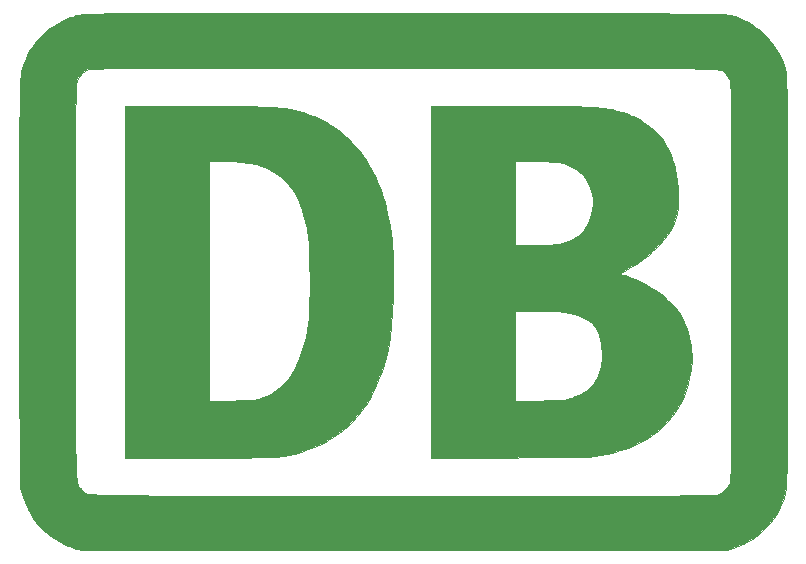
<source format=gbr>
G04 #@! TF.GenerationSoftware,KiCad,Pcbnew,5.1.4+dfsg1-1*
G04 #@! TF.CreationDate,2019-11-21T16:22:44-08:00*
G04 #@! TF.ProjectId,deutsche-bahn-sao,64657574-7363-4686-952d-6261686e2d73,rev?*
G04 #@! TF.SameCoordinates,PX70a3730PY3bf3e68*
G04 #@! TF.FileFunction,Copper,L1,Top*
G04 #@! TF.FilePolarity,Positive*
%FSLAX46Y46*%
G04 Gerber Fmt 4.6, Leading zero omitted, Abs format (unit mm)*
G04 Created by KiCad (PCBNEW 5.1.4+dfsg1-1) date 2019-11-21 16:22:44*
%MOMM*%
%LPD*%
G04 APERTURE LIST*
%ADD10C,0.010000*%
G04 APERTURE END LIST*
D10*
G36*
X41579800Y-8620988D02*
G01*
X42951233Y-8622296D01*
X44165087Y-8625598D01*
X45233104Y-8631283D01*
X46167030Y-8639740D01*
X46978610Y-8651358D01*
X47679589Y-8666526D01*
X48281712Y-8685634D01*
X48796723Y-8709071D01*
X49236368Y-8737227D01*
X49612392Y-8770489D01*
X49936539Y-8809248D01*
X50220554Y-8853894D01*
X50476182Y-8904814D01*
X50533300Y-8917708D01*
X50973749Y-9026312D01*
X51385687Y-9140498D01*
X51731543Y-9248781D01*
X51973748Y-9339674D01*
X52057300Y-9383624D01*
X52199748Y-9454845D01*
X52348990Y-9508654D01*
X52757119Y-9686381D01*
X53223102Y-9973070D01*
X53710010Y-10337364D01*
X54180912Y-10747905D01*
X54598879Y-11173336D01*
X54926980Y-11582300D01*
X55073186Y-11821764D01*
X55172237Y-11996950D01*
X55240556Y-12090400D01*
X55310438Y-12204534D01*
X55415549Y-12442193D01*
X55541682Y-12764947D01*
X55674628Y-13134365D01*
X55800178Y-13512017D01*
X55904123Y-13859472D01*
X55929227Y-13953067D01*
X56018570Y-14402076D01*
X56086698Y-14951674D01*
X56132245Y-15558511D01*
X56153843Y-16179233D01*
X56150126Y-16770491D01*
X56119726Y-17288931D01*
X56061276Y-17691204D01*
X56048759Y-17743727D01*
X55796708Y-18512137D01*
X55443682Y-19219461D01*
X54969270Y-19899478D01*
X54353062Y-20585969D01*
X54298117Y-20641095D01*
X53986506Y-20939566D01*
X53671653Y-21220920D01*
X53400268Y-21444268D01*
X53282117Y-21530495D01*
X53062876Y-21680938D01*
X52906861Y-21794150D01*
X52861633Y-21831852D01*
X52765471Y-21902111D01*
X52562845Y-22030943D01*
X52294909Y-22193960D01*
X52002818Y-22366773D01*
X51727726Y-22524993D01*
X51510787Y-22644230D01*
X51401133Y-22697372D01*
X51275716Y-22788217D01*
X51268226Y-22884482D01*
X51379629Y-22927733D01*
X51649620Y-22972013D01*
X52030068Y-23095369D01*
X52490122Y-23283579D01*
X52998927Y-23522421D01*
X53525630Y-23797672D01*
X54039379Y-24095108D01*
X54372537Y-24307408D01*
X54637035Y-24500100D01*
X54940535Y-24746761D01*
X55255420Y-25021596D01*
X55554071Y-25298809D01*
X55808869Y-25552606D01*
X55992198Y-25757190D01*
X56076438Y-25886767D01*
X56078966Y-25901219D01*
X56132073Y-26006284D01*
X56197631Y-26082302D01*
X56329378Y-26261166D01*
X56496717Y-26555637D01*
X56677421Y-26922168D01*
X56849264Y-27317210D01*
X56918661Y-27495028D01*
X57003307Y-27774889D01*
X57094771Y-28164227D01*
X57180170Y-28604336D01*
X57229454Y-28911267D01*
X57287265Y-29335197D01*
X57318840Y-29666295D01*
X57324088Y-29963216D01*
X57302913Y-30284616D01*
X57255223Y-30689151D01*
X57226280Y-30905178D01*
X57122719Y-31582773D01*
X57006776Y-32145434D01*
X56862900Y-32647529D01*
X56675542Y-33143426D01*
X56432552Y-33680400D01*
X56089203Y-34278165D01*
X55631165Y-34902023D01*
X55097668Y-35507474D01*
X54527942Y-36050018D01*
X53961217Y-36485158D01*
X53958126Y-36487207D01*
X53328554Y-36868628D01*
X52631701Y-37230307D01*
X51920646Y-37547963D01*
X51248472Y-37797319D01*
X50829633Y-37918196D01*
X50509604Y-37997231D01*
X50229839Y-38066290D01*
X49977100Y-38126098D01*
X49738146Y-38177377D01*
X49499739Y-38220852D01*
X49248639Y-38257247D01*
X48971607Y-38287285D01*
X48655404Y-38311690D01*
X48286790Y-38331187D01*
X47852525Y-38346498D01*
X47339372Y-38358349D01*
X46734089Y-38367462D01*
X46023438Y-38374562D01*
X45194180Y-38380372D01*
X44233076Y-38385617D01*
X43126885Y-38391019D01*
X42087800Y-38396148D01*
X35250966Y-38430899D01*
X35250966Y-25975733D01*
X42362966Y-25975733D01*
X42362966Y-33612865D01*
X44458466Y-33575685D01*
X45114269Y-33563272D01*
X45627159Y-33550466D01*
X46023546Y-33534737D01*
X46329835Y-33513552D01*
X46572436Y-33484380D01*
X46777755Y-33444690D01*
X46972201Y-33391950D01*
X47182181Y-33323630D01*
X47219020Y-33311071D01*
X47969158Y-32988016D01*
X48580184Y-32576129D01*
X49056510Y-32068869D01*
X49402545Y-31459697D01*
X49622701Y-30742074D01*
X49721388Y-29909460D01*
X49728050Y-29591102D01*
X49667277Y-28757707D01*
X49485548Y-28040906D01*
X49180600Y-27436518D01*
X48750166Y-26940363D01*
X48191981Y-26548260D01*
X48035633Y-26467660D01*
X47699239Y-26319707D01*
X47353766Y-26203308D01*
X46973813Y-26115079D01*
X46533980Y-26051637D01*
X46008864Y-26009598D01*
X45373064Y-25985580D01*
X44601180Y-25976199D01*
X44342247Y-25975733D01*
X42362966Y-25975733D01*
X35250966Y-25975733D01*
X35250966Y-20387733D01*
X42362966Y-20387733D01*
X44091795Y-20387733D01*
X44787773Y-20383257D01*
X45337803Y-20368937D01*
X45765056Y-20343436D01*
X46092705Y-20305418D01*
X46323177Y-20258985D01*
X47067180Y-19999962D01*
X47681391Y-19634720D01*
X48170370Y-19158139D01*
X48538676Y-18565099D01*
X48790869Y-17850479D01*
X48885146Y-17382067D01*
X48936251Y-16994971D01*
X48946409Y-16691012D01*
X48913389Y-16388479D01*
X48849335Y-16069733D01*
X48715965Y-15554932D01*
X48560110Y-15153802D01*
X48354871Y-14810738D01*
X48077966Y-14475167D01*
X47530853Y-13999716D01*
X46855189Y-13629300D01*
X46511934Y-13497390D01*
X46320573Y-13441369D01*
X46097281Y-13397756D01*
X45815718Y-13364280D01*
X45449542Y-13338673D01*
X44972413Y-13318666D01*
X44357990Y-13301989D01*
X44204466Y-13298599D01*
X42362966Y-13259151D01*
X42362966Y-20387733D01*
X35250966Y-20387733D01*
X35250966Y-8619067D01*
X41579800Y-8620988D01*
X41579800Y-8620988D01*
G37*
X41579800Y-8620988D02*
X42951233Y-8622296D01*
X44165087Y-8625598D01*
X45233104Y-8631283D01*
X46167030Y-8639740D01*
X46978610Y-8651358D01*
X47679589Y-8666526D01*
X48281712Y-8685634D01*
X48796723Y-8709071D01*
X49236368Y-8737227D01*
X49612392Y-8770489D01*
X49936539Y-8809248D01*
X50220554Y-8853894D01*
X50476182Y-8904814D01*
X50533300Y-8917708D01*
X50973749Y-9026312D01*
X51385687Y-9140498D01*
X51731543Y-9248781D01*
X51973748Y-9339674D01*
X52057300Y-9383624D01*
X52199748Y-9454845D01*
X52348990Y-9508654D01*
X52757119Y-9686381D01*
X53223102Y-9973070D01*
X53710010Y-10337364D01*
X54180912Y-10747905D01*
X54598879Y-11173336D01*
X54926980Y-11582300D01*
X55073186Y-11821764D01*
X55172237Y-11996950D01*
X55240556Y-12090400D01*
X55310438Y-12204534D01*
X55415549Y-12442193D01*
X55541682Y-12764947D01*
X55674628Y-13134365D01*
X55800178Y-13512017D01*
X55904123Y-13859472D01*
X55929227Y-13953067D01*
X56018570Y-14402076D01*
X56086698Y-14951674D01*
X56132245Y-15558511D01*
X56153843Y-16179233D01*
X56150126Y-16770491D01*
X56119726Y-17288931D01*
X56061276Y-17691204D01*
X56048759Y-17743727D01*
X55796708Y-18512137D01*
X55443682Y-19219461D01*
X54969270Y-19899478D01*
X54353062Y-20585969D01*
X54298117Y-20641095D01*
X53986506Y-20939566D01*
X53671653Y-21220920D01*
X53400268Y-21444268D01*
X53282117Y-21530495D01*
X53062876Y-21680938D01*
X52906861Y-21794150D01*
X52861633Y-21831852D01*
X52765471Y-21902111D01*
X52562845Y-22030943D01*
X52294909Y-22193960D01*
X52002818Y-22366773D01*
X51727726Y-22524993D01*
X51510787Y-22644230D01*
X51401133Y-22697372D01*
X51275716Y-22788217D01*
X51268226Y-22884482D01*
X51379629Y-22927733D01*
X51649620Y-22972013D01*
X52030068Y-23095369D01*
X52490122Y-23283579D01*
X52998927Y-23522421D01*
X53525630Y-23797672D01*
X54039379Y-24095108D01*
X54372537Y-24307408D01*
X54637035Y-24500100D01*
X54940535Y-24746761D01*
X55255420Y-25021596D01*
X55554071Y-25298809D01*
X55808869Y-25552606D01*
X55992198Y-25757190D01*
X56076438Y-25886767D01*
X56078966Y-25901219D01*
X56132073Y-26006284D01*
X56197631Y-26082302D01*
X56329378Y-26261166D01*
X56496717Y-26555637D01*
X56677421Y-26922168D01*
X56849264Y-27317210D01*
X56918661Y-27495028D01*
X57003307Y-27774889D01*
X57094771Y-28164227D01*
X57180170Y-28604336D01*
X57229454Y-28911267D01*
X57287265Y-29335197D01*
X57318840Y-29666295D01*
X57324088Y-29963216D01*
X57302913Y-30284616D01*
X57255223Y-30689151D01*
X57226280Y-30905178D01*
X57122719Y-31582773D01*
X57006776Y-32145434D01*
X56862900Y-32647529D01*
X56675542Y-33143426D01*
X56432552Y-33680400D01*
X56089203Y-34278165D01*
X55631165Y-34902023D01*
X55097668Y-35507474D01*
X54527942Y-36050018D01*
X53961217Y-36485158D01*
X53958126Y-36487207D01*
X53328554Y-36868628D01*
X52631701Y-37230307D01*
X51920646Y-37547963D01*
X51248472Y-37797319D01*
X50829633Y-37918196D01*
X50509604Y-37997231D01*
X50229839Y-38066290D01*
X49977100Y-38126098D01*
X49738146Y-38177377D01*
X49499739Y-38220852D01*
X49248639Y-38257247D01*
X48971607Y-38287285D01*
X48655404Y-38311690D01*
X48286790Y-38331187D01*
X47852525Y-38346498D01*
X47339372Y-38358349D01*
X46734089Y-38367462D01*
X46023438Y-38374562D01*
X45194180Y-38380372D01*
X44233076Y-38385617D01*
X43126885Y-38391019D01*
X42087800Y-38396148D01*
X35250966Y-38430899D01*
X35250966Y-25975733D01*
X42362966Y-25975733D01*
X42362966Y-33612865D01*
X44458466Y-33575685D01*
X45114269Y-33563272D01*
X45627159Y-33550466D01*
X46023546Y-33534737D01*
X46329835Y-33513552D01*
X46572436Y-33484380D01*
X46777755Y-33444690D01*
X46972201Y-33391950D01*
X47182181Y-33323630D01*
X47219020Y-33311071D01*
X47969158Y-32988016D01*
X48580184Y-32576129D01*
X49056510Y-32068869D01*
X49402545Y-31459697D01*
X49622701Y-30742074D01*
X49721388Y-29909460D01*
X49728050Y-29591102D01*
X49667277Y-28757707D01*
X49485548Y-28040906D01*
X49180600Y-27436518D01*
X48750166Y-26940363D01*
X48191981Y-26548260D01*
X48035633Y-26467660D01*
X47699239Y-26319707D01*
X47353766Y-26203308D01*
X46973813Y-26115079D01*
X46533980Y-26051637D01*
X46008864Y-26009598D01*
X45373064Y-25985580D01*
X44601180Y-25976199D01*
X44342247Y-25975733D01*
X42362966Y-25975733D01*
X35250966Y-25975733D01*
X35250966Y-20387733D01*
X42362966Y-20387733D01*
X44091795Y-20387733D01*
X44787773Y-20383257D01*
X45337803Y-20368937D01*
X45765056Y-20343436D01*
X46092705Y-20305418D01*
X46323177Y-20258985D01*
X47067180Y-19999962D01*
X47681391Y-19634720D01*
X48170370Y-19158139D01*
X48538676Y-18565099D01*
X48790869Y-17850479D01*
X48885146Y-17382067D01*
X48936251Y-16994971D01*
X48946409Y-16691012D01*
X48913389Y-16388479D01*
X48849335Y-16069733D01*
X48715965Y-15554932D01*
X48560110Y-15153802D01*
X48354871Y-14810738D01*
X48077966Y-14475167D01*
X47530853Y-13999716D01*
X46855189Y-13629300D01*
X46511934Y-13497390D01*
X46320573Y-13441369D01*
X46097281Y-13397756D01*
X45815718Y-13364280D01*
X45449542Y-13338673D01*
X44972413Y-13318666D01*
X44357990Y-13301989D01*
X44204466Y-13298599D01*
X42362966Y-13259151D01*
X42362966Y-20387733D01*
X35250966Y-20387733D01*
X35250966Y-8619067D01*
X41579800Y-8620988D01*
G36*
X16332752Y-8619937D02*
G01*
X17506300Y-8623152D01*
X18537442Y-8629611D01*
X19439639Y-8640218D01*
X20226351Y-8655874D01*
X20911040Y-8677482D01*
X21507166Y-8705944D01*
X22028190Y-8742161D01*
X22487572Y-8787036D01*
X22898774Y-8841471D01*
X23275255Y-8906368D01*
X23630477Y-8982629D01*
X23977901Y-9071157D01*
X24330987Y-9172852D01*
X24625300Y-9263892D01*
X24935531Y-9372283D01*
X25300563Y-9515443D01*
X25682552Y-9676564D01*
X26043650Y-9838838D01*
X26346012Y-9985460D01*
X26551793Y-10099622D01*
X26614966Y-10147485D01*
X26707230Y-10216088D01*
X26892094Y-10335872D01*
X26995966Y-10399906D01*
X27256068Y-10567160D01*
X27491803Y-10733648D01*
X27546300Y-10775899D01*
X27721802Y-10930893D01*
X27976729Y-11172620D01*
X28276021Y-11465969D01*
X28584620Y-11775827D01*
X28867466Y-12067082D01*
X29089500Y-12304623D01*
X29197837Y-12429928D01*
X29399257Y-12696823D01*
X29604669Y-12990627D01*
X29789400Y-13273224D01*
X29928774Y-13506499D01*
X29998117Y-13652335D01*
X30001633Y-13671577D01*
X30047198Y-13785867D01*
X30065133Y-13797844D01*
X30133645Y-13887051D01*
X30249625Y-14095331D01*
X30395321Y-14385489D01*
X30552984Y-14720329D01*
X30704860Y-15062655D01*
X30833198Y-15375271D01*
X30886733Y-15519400D01*
X30985744Y-15796314D01*
X31071965Y-16029492D01*
X31104028Y-16112067D01*
X31196516Y-16386323D01*
X31307710Y-16786660D01*
X31427948Y-17272217D01*
X31547570Y-17802135D01*
X31656914Y-18335554D01*
X31744636Y-18821400D01*
X31836404Y-19410248D01*
X31908087Y-19957559D01*
X31961941Y-20497741D01*
X32000221Y-21065200D01*
X32025182Y-21694345D01*
X32039079Y-22419584D01*
X32044168Y-23275323D01*
X32044297Y-23393400D01*
X32027788Y-24790775D01*
X31974117Y-26047686D01*
X31880016Y-27189578D01*
X31742213Y-28241895D01*
X31557439Y-29230080D01*
X31322422Y-30179578D01*
X31062810Y-31029420D01*
X30932459Y-31390298D01*
X30760735Y-31820872D01*
X30563810Y-32285146D01*
X30357859Y-32747126D01*
X30159055Y-33170819D01*
X29983573Y-33520229D01*
X29847587Y-33759363D01*
X29814542Y-33807400D01*
X29737573Y-33910557D01*
X29587071Y-34112656D01*
X29390543Y-34376753D01*
X29310222Y-34484733D01*
X28581887Y-35354729D01*
X27775646Y-36099326D01*
X26964611Y-36684770D01*
X26556492Y-36939908D01*
X26176889Y-37153811D01*
X25790099Y-37342000D01*
X25360418Y-37519995D01*
X24852142Y-37703319D01*
X24229566Y-37907491D01*
X23947966Y-37996154D01*
X23646891Y-38072091D01*
X23218624Y-38155441D01*
X22704680Y-38239059D01*
X22146574Y-38315801D01*
X21958300Y-38338572D01*
X21767714Y-38351018D01*
X21423243Y-38362936D01*
X20940334Y-38374145D01*
X20334433Y-38384459D01*
X19620990Y-38393696D01*
X18815450Y-38401672D01*
X17933261Y-38408205D01*
X16989871Y-38413112D01*
X16000726Y-38416208D01*
X15333133Y-38417168D01*
X9342966Y-38421733D01*
X9342966Y-33611577D01*
X16454966Y-33611577D01*
X18423466Y-33571927D01*
X19074737Y-33557174D01*
X19581620Y-33540961D01*
X19969062Y-33521143D01*
X20262007Y-33495570D01*
X20485400Y-33462096D01*
X20664186Y-33418573D01*
X20815300Y-33366016D01*
X21238296Y-33197202D01*
X21524490Y-33075465D01*
X21696249Y-32990094D01*
X21775941Y-32930380D01*
X21788966Y-32899838D01*
X21855018Y-32836747D01*
X21883049Y-32833733D01*
X22020505Y-32774364D01*
X22236343Y-32615622D01*
X22498574Y-32386557D01*
X22775209Y-32116217D01*
X23034259Y-31833650D01*
X23176629Y-31659051D01*
X23626311Y-30981981D01*
X24012545Y-30200726D01*
X24340630Y-29300582D01*
X24615864Y-28266848D01*
X24843546Y-27084820D01*
X24858542Y-26991733D01*
X24887047Y-26716438D01*
X24910493Y-26298366D01*
X24928901Y-25763996D01*
X24942292Y-25139808D01*
X24950687Y-24452282D01*
X24954108Y-23727897D01*
X24952576Y-22993133D01*
X24946112Y-22274471D01*
X24934738Y-21598389D01*
X24918474Y-20991368D01*
X24897342Y-20479887D01*
X24871364Y-20090425D01*
X24852863Y-19922067D01*
X24699126Y-18961101D01*
X24524487Y-18138555D01*
X24318899Y-17423860D01*
X24072315Y-16786450D01*
X23774690Y-16195760D01*
X23461517Y-15688733D01*
X23045017Y-15142385D01*
X22572287Y-14681165D01*
X22012342Y-14281733D01*
X21334194Y-13920752D01*
X20815300Y-13695664D01*
X20403055Y-13569989D01*
X19844222Y-13463540D01*
X19160769Y-13379314D01*
X18374660Y-13320308D01*
X17915466Y-13299995D01*
X16454966Y-13250111D01*
X16454966Y-33611577D01*
X9342966Y-33611577D01*
X9342966Y-8619067D01*
X15003338Y-8619067D01*
X16332752Y-8619937D01*
X16332752Y-8619937D01*
G37*
X16332752Y-8619937D02*
X17506300Y-8623152D01*
X18537442Y-8629611D01*
X19439639Y-8640218D01*
X20226351Y-8655874D01*
X20911040Y-8677482D01*
X21507166Y-8705944D01*
X22028190Y-8742161D01*
X22487572Y-8787036D01*
X22898774Y-8841471D01*
X23275255Y-8906368D01*
X23630477Y-8982629D01*
X23977901Y-9071157D01*
X24330987Y-9172852D01*
X24625300Y-9263892D01*
X24935531Y-9372283D01*
X25300563Y-9515443D01*
X25682552Y-9676564D01*
X26043650Y-9838838D01*
X26346012Y-9985460D01*
X26551793Y-10099622D01*
X26614966Y-10147485D01*
X26707230Y-10216088D01*
X26892094Y-10335872D01*
X26995966Y-10399906D01*
X27256068Y-10567160D01*
X27491803Y-10733648D01*
X27546300Y-10775899D01*
X27721802Y-10930893D01*
X27976729Y-11172620D01*
X28276021Y-11465969D01*
X28584620Y-11775827D01*
X28867466Y-12067082D01*
X29089500Y-12304623D01*
X29197837Y-12429928D01*
X29399257Y-12696823D01*
X29604669Y-12990627D01*
X29789400Y-13273224D01*
X29928774Y-13506499D01*
X29998117Y-13652335D01*
X30001633Y-13671577D01*
X30047198Y-13785867D01*
X30065133Y-13797844D01*
X30133645Y-13887051D01*
X30249625Y-14095331D01*
X30395321Y-14385489D01*
X30552984Y-14720329D01*
X30704860Y-15062655D01*
X30833198Y-15375271D01*
X30886733Y-15519400D01*
X30985744Y-15796314D01*
X31071965Y-16029492D01*
X31104028Y-16112067D01*
X31196516Y-16386323D01*
X31307710Y-16786660D01*
X31427948Y-17272217D01*
X31547570Y-17802135D01*
X31656914Y-18335554D01*
X31744636Y-18821400D01*
X31836404Y-19410248D01*
X31908087Y-19957559D01*
X31961941Y-20497741D01*
X32000221Y-21065200D01*
X32025182Y-21694345D01*
X32039079Y-22419584D01*
X32044168Y-23275323D01*
X32044297Y-23393400D01*
X32027788Y-24790775D01*
X31974117Y-26047686D01*
X31880016Y-27189578D01*
X31742213Y-28241895D01*
X31557439Y-29230080D01*
X31322422Y-30179578D01*
X31062810Y-31029420D01*
X30932459Y-31390298D01*
X30760735Y-31820872D01*
X30563810Y-32285146D01*
X30357859Y-32747126D01*
X30159055Y-33170819D01*
X29983573Y-33520229D01*
X29847587Y-33759363D01*
X29814542Y-33807400D01*
X29737573Y-33910557D01*
X29587071Y-34112656D01*
X29390543Y-34376753D01*
X29310222Y-34484733D01*
X28581887Y-35354729D01*
X27775646Y-36099326D01*
X26964611Y-36684770D01*
X26556492Y-36939908D01*
X26176889Y-37153811D01*
X25790099Y-37342000D01*
X25360418Y-37519995D01*
X24852142Y-37703319D01*
X24229566Y-37907491D01*
X23947966Y-37996154D01*
X23646891Y-38072091D01*
X23218624Y-38155441D01*
X22704680Y-38239059D01*
X22146574Y-38315801D01*
X21958300Y-38338572D01*
X21767714Y-38351018D01*
X21423243Y-38362936D01*
X20940334Y-38374145D01*
X20334433Y-38384459D01*
X19620990Y-38393696D01*
X18815450Y-38401672D01*
X17933261Y-38408205D01*
X16989871Y-38413112D01*
X16000726Y-38416208D01*
X15333133Y-38417168D01*
X9342966Y-38421733D01*
X9342966Y-33611577D01*
X16454966Y-33611577D01*
X18423466Y-33571927D01*
X19074737Y-33557174D01*
X19581620Y-33540961D01*
X19969062Y-33521143D01*
X20262007Y-33495570D01*
X20485400Y-33462096D01*
X20664186Y-33418573D01*
X20815300Y-33366016D01*
X21238296Y-33197202D01*
X21524490Y-33075465D01*
X21696249Y-32990094D01*
X21775941Y-32930380D01*
X21788966Y-32899838D01*
X21855018Y-32836747D01*
X21883049Y-32833733D01*
X22020505Y-32774364D01*
X22236343Y-32615622D01*
X22498574Y-32386557D01*
X22775209Y-32116217D01*
X23034259Y-31833650D01*
X23176629Y-31659051D01*
X23626311Y-30981981D01*
X24012545Y-30200726D01*
X24340630Y-29300582D01*
X24615864Y-28266848D01*
X24843546Y-27084820D01*
X24858542Y-26991733D01*
X24887047Y-26716438D01*
X24910493Y-26298366D01*
X24928901Y-25763996D01*
X24942292Y-25139808D01*
X24950687Y-24452282D01*
X24954108Y-23727897D01*
X24952576Y-22993133D01*
X24946112Y-22274471D01*
X24934738Y-21598389D01*
X24918474Y-20991368D01*
X24897342Y-20479887D01*
X24871364Y-20090425D01*
X24852863Y-19922067D01*
X24699126Y-18961101D01*
X24524487Y-18138555D01*
X24318899Y-17423860D01*
X24072315Y-16786450D01*
X23774690Y-16195760D01*
X23461517Y-15688733D01*
X23045017Y-15142385D01*
X22572287Y-14681165D01*
X22012342Y-14281733D01*
X21334194Y-13920752D01*
X20815300Y-13695664D01*
X20403055Y-13569989D01*
X19844222Y-13463540D01*
X19160769Y-13379314D01*
X18374660Y-13320308D01*
X17915466Y-13299995D01*
X16454966Y-13250111D01*
X16454966Y-33611577D01*
X9342966Y-33611577D01*
X9342966Y-8619067D01*
X15003338Y-8619067D01*
X16332752Y-8619937D01*
G36*
X21584614Y-754097D02*
G01*
X23519064Y-754774D01*
X25599953Y-755919D01*
X27832672Y-757490D01*
X30222611Y-759442D01*
X32775162Y-761731D01*
X33430633Y-762343D01*
X35956049Y-764752D01*
X38317718Y-767098D01*
X40521225Y-769417D01*
X42572158Y-771746D01*
X44476101Y-774119D01*
X46238640Y-776573D01*
X47865362Y-779143D01*
X49361853Y-781865D01*
X50733699Y-784775D01*
X51986485Y-787908D01*
X53125798Y-791300D01*
X54157223Y-794986D01*
X55086347Y-799003D01*
X55918756Y-803386D01*
X56660035Y-808171D01*
X57315771Y-813392D01*
X57891550Y-819088D01*
X58392957Y-825291D01*
X58825579Y-832040D01*
X59195001Y-839368D01*
X59506810Y-847312D01*
X59766591Y-855908D01*
X59979932Y-865191D01*
X60152416Y-875197D01*
X60289631Y-885961D01*
X60397163Y-897520D01*
X60480597Y-909909D01*
X60545520Y-923163D01*
X60592798Y-935879D01*
X60939981Y-1050872D01*
X61288595Y-1182262D01*
X61455986Y-1253379D01*
X61684616Y-1352578D01*
X61845705Y-1413377D01*
X61883768Y-1422400D01*
X61999059Y-1471198D01*
X62210907Y-1600737D01*
X62483836Y-1785736D01*
X62782367Y-2000914D01*
X63071025Y-2220989D01*
X63314333Y-2420679D01*
X63422453Y-2518898D01*
X64059487Y-3234842D01*
X64592600Y-4039352D01*
X65002037Y-4896419D01*
X65268043Y-5770034D01*
X65302808Y-5946450D01*
X65313595Y-6091837D01*
X65323723Y-6396574D01*
X65333192Y-6850753D01*
X65342002Y-7444465D01*
X65350154Y-8167804D01*
X65357649Y-9010861D01*
X65364487Y-9963728D01*
X65370669Y-11016498D01*
X65376195Y-12159263D01*
X65381065Y-13382116D01*
X65385281Y-14675147D01*
X65388843Y-16028451D01*
X65391751Y-17432118D01*
X65394006Y-18876241D01*
X65395609Y-20350912D01*
X65396559Y-21846224D01*
X65396859Y-23352268D01*
X65396507Y-24859138D01*
X65395505Y-26356924D01*
X65393853Y-27835720D01*
X65391552Y-29285617D01*
X65388602Y-30696709D01*
X65385004Y-32059086D01*
X65380759Y-33362841D01*
X65375866Y-34598067D01*
X65370327Y-35754856D01*
X65364142Y-36823299D01*
X65357311Y-37793489D01*
X65349836Y-38655519D01*
X65341716Y-39399480D01*
X65332953Y-40015465D01*
X65323546Y-40493566D01*
X65313497Y-40823875D01*
X65302805Y-40996485D01*
X65300878Y-41009683D01*
X65104411Y-41836137D01*
X64823281Y-42572494D01*
X64437580Y-43254713D01*
X63927397Y-43918752D01*
X63358516Y-44517733D01*
X62564257Y-45174244D01*
X61650989Y-45710304D01*
X60815275Y-46059294D01*
X60269966Y-46251541D01*
X33176633Y-46263429D01*
X31041697Y-46264157D01*
X28948816Y-46264460D01*
X26904433Y-46264351D01*
X24914988Y-46263843D01*
X22986927Y-46262949D01*
X21126690Y-46261682D01*
X19340721Y-46260054D01*
X17635462Y-46258080D01*
X16017356Y-46255772D01*
X14492846Y-46253142D01*
X13068373Y-46250205D01*
X11750382Y-46246972D01*
X10545313Y-46243457D01*
X9459611Y-46239674D01*
X8499717Y-46235634D01*
X7672075Y-46231351D01*
X6983127Y-46226839D01*
X6439315Y-46222109D01*
X6047082Y-46217175D01*
X5812871Y-46212050D01*
X5744633Y-46208059D01*
X5303567Y-46112041D01*
X4919497Y-46012622D01*
X4635390Y-45921522D01*
X4535272Y-45878141D01*
X4374584Y-45796279D01*
X4133463Y-45676594D01*
X4008966Y-45615607D01*
X3106411Y-45086392D01*
X2321972Y-44436178D01*
X1655217Y-43664465D01*
X1105710Y-42770751D01*
X678484Y-41770215D01*
X410633Y-41004067D01*
X393347Y-29009270D01*
X5108887Y-29009270D01*
X5108893Y-30545384D01*
X5109394Y-31940292D01*
X5110610Y-33201025D01*
X5112760Y-34334615D01*
X5116065Y-35348094D01*
X5120744Y-36248492D01*
X5127018Y-37042843D01*
X5135107Y-37738176D01*
X5145231Y-38341525D01*
X5157610Y-38859920D01*
X5172464Y-39300394D01*
X5190013Y-39669977D01*
X5210477Y-39975702D01*
X5234076Y-40224600D01*
X5261031Y-40423703D01*
X5291561Y-40580042D01*
X5325886Y-40700649D01*
X5364227Y-40792555D01*
X5406804Y-40862793D01*
X5453836Y-40918394D01*
X5505544Y-40966389D01*
X5562148Y-41013810D01*
X5623867Y-41067689D01*
X5661094Y-41103653D01*
X5704463Y-41153001D01*
X5737499Y-41199152D01*
X5765749Y-41242214D01*
X5794763Y-41282294D01*
X5830088Y-41319502D01*
X5877273Y-41353943D01*
X5941868Y-41385727D01*
X6029420Y-41414960D01*
X6145478Y-41441751D01*
X6295591Y-41466206D01*
X6485306Y-41488434D01*
X6720174Y-41508543D01*
X7005742Y-41526640D01*
X7347559Y-41542832D01*
X7751173Y-41557228D01*
X8222134Y-41569936D01*
X8765989Y-41581062D01*
X9388287Y-41590714D01*
X10094578Y-41599001D01*
X10890408Y-41606030D01*
X11781328Y-41611908D01*
X12772885Y-41616744D01*
X13870628Y-41620645D01*
X15080106Y-41623718D01*
X16406867Y-41626072D01*
X17856460Y-41627814D01*
X19434433Y-41629051D01*
X21146335Y-41629893D01*
X22997715Y-41630445D01*
X24994121Y-41630816D01*
X27141101Y-41631114D01*
X29444205Y-41631446D01*
X31908981Y-41631920D01*
X32891126Y-41632160D01*
X35412715Y-41632764D01*
X37770477Y-41633196D01*
X39969920Y-41633430D01*
X42016550Y-41633438D01*
X43915875Y-41633196D01*
X45673400Y-41632676D01*
X47294634Y-41631854D01*
X48785083Y-41630702D01*
X50150254Y-41629195D01*
X51395654Y-41627306D01*
X52526790Y-41625010D01*
X53549168Y-41622279D01*
X54468296Y-41619089D01*
X55289680Y-41615413D01*
X56018827Y-41611224D01*
X56661245Y-41606497D01*
X57222440Y-41601206D01*
X57707920Y-41595324D01*
X58123190Y-41588825D01*
X58473758Y-41581684D01*
X58765131Y-41573873D01*
X59002815Y-41565368D01*
X59192318Y-41556141D01*
X59339147Y-41546166D01*
X59448808Y-41535418D01*
X59526809Y-41523871D01*
X59578655Y-41511497D01*
X59595432Y-41505441D01*
X60035411Y-41233833D01*
X60389431Y-40836341D01*
X60508015Y-40631225D01*
X60524927Y-40588897D01*
X60540458Y-40528299D01*
X60554666Y-40442432D01*
X60567609Y-40324303D01*
X60579347Y-40166916D01*
X60589936Y-39963273D01*
X60599437Y-39706381D01*
X60607907Y-39389242D01*
X60615404Y-39004861D01*
X60621987Y-38546242D01*
X60627715Y-38006389D01*
X60632645Y-37378307D01*
X60636836Y-36655000D01*
X60640347Y-35829472D01*
X60643236Y-34894726D01*
X60645561Y-33843768D01*
X60647381Y-32669601D01*
X60648754Y-31365230D01*
X60649738Y-29923659D01*
X60650392Y-28337892D01*
X60650774Y-26600932D01*
X60650943Y-24705785D01*
X60650966Y-23504019D01*
X60650934Y-21518200D01*
X60650791Y-19694655D01*
X60650473Y-18026324D01*
X60649912Y-16506148D01*
X60649041Y-15127066D01*
X60647794Y-13882019D01*
X60646104Y-12763948D01*
X60643904Y-11765793D01*
X60641129Y-10880495D01*
X60637710Y-10100992D01*
X60633582Y-9420227D01*
X60628678Y-8831140D01*
X60622931Y-8326669D01*
X60616274Y-7899758D01*
X60608642Y-7543344D01*
X60599966Y-7250370D01*
X60590182Y-7013774D01*
X60579221Y-6826499D01*
X60567017Y-6681483D01*
X60553504Y-6571667D01*
X60538615Y-6489993D01*
X60522283Y-6429399D01*
X60504441Y-6382827D01*
X60489006Y-6350860D01*
X60334057Y-6092290D01*
X60163622Y-5864821D01*
X60138348Y-5836903D01*
X60103641Y-5795840D01*
X60075941Y-5757435D01*
X60049707Y-5721599D01*
X60019399Y-5688243D01*
X59979476Y-5657279D01*
X59924397Y-5628619D01*
X59848623Y-5602172D01*
X59746613Y-5577852D01*
X59612827Y-5555569D01*
X59441723Y-5535235D01*
X59227761Y-5516762D01*
X58965401Y-5500060D01*
X58649103Y-5485041D01*
X58273326Y-5471617D01*
X57832529Y-5459699D01*
X57321171Y-5449198D01*
X56733714Y-5440026D01*
X56064615Y-5432095D01*
X55308335Y-5425315D01*
X54459332Y-5419599D01*
X53512067Y-5414857D01*
X52460999Y-5411001D01*
X51300588Y-5407942D01*
X50025292Y-5405593D01*
X48629572Y-5403863D01*
X47107887Y-5402666D01*
X45454697Y-5401911D01*
X43664460Y-5401511D01*
X41731637Y-5401377D01*
X39650688Y-5401421D01*
X37416070Y-5401553D01*
X35022245Y-5401686D01*
X32916981Y-5401733D01*
X30392953Y-5401786D01*
X28032759Y-5401964D01*
X25830897Y-5402294D01*
X23781868Y-5402805D01*
X21880172Y-5403523D01*
X20120309Y-5404477D01*
X18496778Y-5405694D01*
X17004079Y-5407202D01*
X15636713Y-5409029D01*
X14389178Y-5411203D01*
X13255975Y-5413751D01*
X12231604Y-5416701D01*
X11310565Y-5420081D01*
X10487357Y-5423919D01*
X9756480Y-5428242D01*
X9112435Y-5433078D01*
X8549720Y-5438454D01*
X8062836Y-5444399D01*
X7646283Y-5450941D01*
X7294561Y-5458106D01*
X7002169Y-5465923D01*
X6763607Y-5474420D01*
X6573375Y-5483624D01*
X6425974Y-5493563D01*
X6315902Y-5504264D01*
X6237660Y-5515756D01*
X6185747Y-5528066D01*
X6163208Y-5536666D01*
X5719394Y-5838881D01*
X5378600Y-6268231D01*
X5267799Y-6488252D01*
X5249025Y-6536129D01*
X5231797Y-6593729D01*
X5216048Y-6668179D01*
X5201712Y-6766602D01*
X5188723Y-6896121D01*
X5177014Y-7063863D01*
X5166520Y-7276950D01*
X5157174Y-7542508D01*
X5148909Y-7867659D01*
X5141659Y-8259530D01*
X5135359Y-8725243D01*
X5129941Y-9271923D01*
X5125339Y-9906694D01*
X5121488Y-10636681D01*
X5118320Y-11469008D01*
X5115770Y-12410799D01*
X5113771Y-13469178D01*
X5112257Y-14651269D01*
X5111161Y-15964198D01*
X5110418Y-17415087D01*
X5109960Y-19011062D01*
X5109723Y-20759246D01*
X5109638Y-22666764D01*
X5109633Y-23483372D01*
X5109477Y-25485296D01*
X5109155Y-27324918D01*
X5108887Y-29009270D01*
X393347Y-29009270D01*
X386107Y-23986067D01*
X383228Y-21937961D01*
X380807Y-20052098D01*
X378949Y-18321387D01*
X377762Y-16738737D01*
X377351Y-15297059D01*
X377823Y-13989261D01*
X379285Y-12808254D01*
X381842Y-11746946D01*
X385602Y-10798248D01*
X390670Y-9955069D01*
X397153Y-9210318D01*
X405158Y-8556905D01*
X414791Y-7987739D01*
X426158Y-7495730D01*
X439365Y-7073789D01*
X454520Y-6714823D01*
X471728Y-6411743D01*
X491096Y-6157458D01*
X512731Y-5944878D01*
X536738Y-5766912D01*
X563225Y-5616470D01*
X592297Y-5486461D01*
X624061Y-5369795D01*
X658623Y-5259382D01*
X667555Y-5232400D01*
X768244Y-4968084D01*
X910499Y-4640527D01*
X1071831Y-4296545D01*
X1229750Y-3982953D01*
X1361768Y-3746567D01*
X1426633Y-3652212D01*
X1529389Y-3523663D01*
X1679273Y-3326947D01*
X1720828Y-3271212D01*
X1958407Y-2984885D01*
X2271034Y-2652851D01*
X2600881Y-2334369D01*
X2824301Y-2140436D01*
X3147864Y-1906031D01*
X3540644Y-1662369D01*
X3954277Y-1435580D01*
X4340402Y-1251792D01*
X4650658Y-1137135D01*
X4707395Y-1123033D01*
X4925199Y-1061342D01*
X5070419Y-993781D01*
X5072790Y-991933D01*
X5110016Y-968268D01*
X5164296Y-946119D01*
X5241022Y-925442D01*
X5345584Y-906195D01*
X5483373Y-888333D01*
X5659781Y-871812D01*
X5880197Y-856589D01*
X6150015Y-842621D01*
X6474623Y-829863D01*
X6859414Y-818272D01*
X7309779Y-807805D01*
X7831108Y-798417D01*
X8428792Y-790066D01*
X9108223Y-782707D01*
X9874791Y-776296D01*
X10733888Y-770791D01*
X11690905Y-766147D01*
X12751232Y-762321D01*
X13920261Y-759270D01*
X15203382Y-756949D01*
X16605987Y-755314D01*
X18133467Y-754323D01*
X19791212Y-753932D01*
X21584614Y-754097D01*
X21584614Y-754097D01*
G37*
X21584614Y-754097D02*
X23519064Y-754774D01*
X25599953Y-755919D01*
X27832672Y-757490D01*
X30222611Y-759442D01*
X32775162Y-761731D01*
X33430633Y-762343D01*
X35956049Y-764752D01*
X38317718Y-767098D01*
X40521225Y-769417D01*
X42572158Y-771746D01*
X44476101Y-774119D01*
X46238640Y-776573D01*
X47865362Y-779143D01*
X49361853Y-781865D01*
X50733699Y-784775D01*
X51986485Y-787908D01*
X53125798Y-791300D01*
X54157223Y-794986D01*
X55086347Y-799003D01*
X55918756Y-803386D01*
X56660035Y-808171D01*
X57315771Y-813392D01*
X57891550Y-819088D01*
X58392957Y-825291D01*
X58825579Y-832040D01*
X59195001Y-839368D01*
X59506810Y-847312D01*
X59766591Y-855908D01*
X59979932Y-865191D01*
X60152416Y-875197D01*
X60289631Y-885961D01*
X60397163Y-897520D01*
X60480597Y-909909D01*
X60545520Y-923163D01*
X60592798Y-935879D01*
X60939981Y-1050872D01*
X61288595Y-1182262D01*
X61455986Y-1253379D01*
X61684616Y-1352578D01*
X61845705Y-1413377D01*
X61883768Y-1422400D01*
X61999059Y-1471198D01*
X62210907Y-1600737D01*
X62483836Y-1785736D01*
X62782367Y-2000914D01*
X63071025Y-2220989D01*
X63314333Y-2420679D01*
X63422453Y-2518898D01*
X64059487Y-3234842D01*
X64592600Y-4039352D01*
X65002037Y-4896419D01*
X65268043Y-5770034D01*
X65302808Y-5946450D01*
X65313595Y-6091837D01*
X65323723Y-6396574D01*
X65333192Y-6850753D01*
X65342002Y-7444465D01*
X65350154Y-8167804D01*
X65357649Y-9010861D01*
X65364487Y-9963728D01*
X65370669Y-11016498D01*
X65376195Y-12159263D01*
X65381065Y-13382116D01*
X65385281Y-14675147D01*
X65388843Y-16028451D01*
X65391751Y-17432118D01*
X65394006Y-18876241D01*
X65395609Y-20350912D01*
X65396559Y-21846224D01*
X65396859Y-23352268D01*
X65396507Y-24859138D01*
X65395505Y-26356924D01*
X65393853Y-27835720D01*
X65391552Y-29285617D01*
X65388602Y-30696709D01*
X65385004Y-32059086D01*
X65380759Y-33362841D01*
X65375866Y-34598067D01*
X65370327Y-35754856D01*
X65364142Y-36823299D01*
X65357311Y-37793489D01*
X65349836Y-38655519D01*
X65341716Y-39399480D01*
X65332953Y-40015465D01*
X65323546Y-40493566D01*
X65313497Y-40823875D01*
X65302805Y-40996485D01*
X65300878Y-41009683D01*
X65104411Y-41836137D01*
X64823281Y-42572494D01*
X64437580Y-43254713D01*
X63927397Y-43918752D01*
X63358516Y-44517733D01*
X62564257Y-45174244D01*
X61650989Y-45710304D01*
X60815275Y-46059294D01*
X60269966Y-46251541D01*
X33176633Y-46263429D01*
X31041697Y-46264157D01*
X28948816Y-46264460D01*
X26904433Y-46264351D01*
X24914988Y-46263843D01*
X22986927Y-46262949D01*
X21126690Y-46261682D01*
X19340721Y-46260054D01*
X17635462Y-46258080D01*
X16017356Y-46255772D01*
X14492846Y-46253142D01*
X13068373Y-46250205D01*
X11750382Y-46246972D01*
X10545313Y-46243457D01*
X9459611Y-46239674D01*
X8499717Y-46235634D01*
X7672075Y-46231351D01*
X6983127Y-46226839D01*
X6439315Y-46222109D01*
X6047082Y-46217175D01*
X5812871Y-46212050D01*
X5744633Y-46208059D01*
X5303567Y-46112041D01*
X4919497Y-46012622D01*
X4635390Y-45921522D01*
X4535272Y-45878141D01*
X4374584Y-45796279D01*
X4133463Y-45676594D01*
X4008966Y-45615607D01*
X3106411Y-45086392D01*
X2321972Y-44436178D01*
X1655217Y-43664465D01*
X1105710Y-42770751D01*
X678484Y-41770215D01*
X410633Y-41004067D01*
X393347Y-29009270D01*
X5108887Y-29009270D01*
X5108893Y-30545384D01*
X5109394Y-31940292D01*
X5110610Y-33201025D01*
X5112760Y-34334615D01*
X5116065Y-35348094D01*
X5120744Y-36248492D01*
X5127018Y-37042843D01*
X5135107Y-37738176D01*
X5145231Y-38341525D01*
X5157610Y-38859920D01*
X5172464Y-39300394D01*
X5190013Y-39669977D01*
X5210477Y-39975702D01*
X5234076Y-40224600D01*
X5261031Y-40423703D01*
X5291561Y-40580042D01*
X5325886Y-40700649D01*
X5364227Y-40792555D01*
X5406804Y-40862793D01*
X5453836Y-40918394D01*
X5505544Y-40966389D01*
X5562148Y-41013810D01*
X5623867Y-41067689D01*
X5661094Y-41103653D01*
X5704463Y-41153001D01*
X5737499Y-41199152D01*
X5765749Y-41242214D01*
X5794763Y-41282294D01*
X5830088Y-41319502D01*
X5877273Y-41353943D01*
X5941868Y-41385727D01*
X6029420Y-41414960D01*
X6145478Y-41441751D01*
X6295591Y-41466206D01*
X6485306Y-41488434D01*
X6720174Y-41508543D01*
X7005742Y-41526640D01*
X7347559Y-41542832D01*
X7751173Y-41557228D01*
X8222134Y-41569936D01*
X8765989Y-41581062D01*
X9388287Y-41590714D01*
X10094578Y-41599001D01*
X10890408Y-41606030D01*
X11781328Y-41611908D01*
X12772885Y-41616744D01*
X13870628Y-41620645D01*
X15080106Y-41623718D01*
X16406867Y-41626072D01*
X17856460Y-41627814D01*
X19434433Y-41629051D01*
X21146335Y-41629893D01*
X22997715Y-41630445D01*
X24994121Y-41630816D01*
X27141101Y-41631114D01*
X29444205Y-41631446D01*
X31908981Y-41631920D01*
X32891126Y-41632160D01*
X35412715Y-41632764D01*
X37770477Y-41633196D01*
X39969920Y-41633430D01*
X42016550Y-41633438D01*
X43915875Y-41633196D01*
X45673400Y-41632676D01*
X47294634Y-41631854D01*
X48785083Y-41630702D01*
X50150254Y-41629195D01*
X51395654Y-41627306D01*
X52526790Y-41625010D01*
X53549168Y-41622279D01*
X54468296Y-41619089D01*
X55289680Y-41615413D01*
X56018827Y-41611224D01*
X56661245Y-41606497D01*
X57222440Y-41601206D01*
X57707920Y-41595324D01*
X58123190Y-41588825D01*
X58473758Y-41581684D01*
X58765131Y-41573873D01*
X59002815Y-41565368D01*
X59192318Y-41556141D01*
X59339147Y-41546166D01*
X59448808Y-41535418D01*
X59526809Y-41523871D01*
X59578655Y-41511497D01*
X59595432Y-41505441D01*
X60035411Y-41233833D01*
X60389431Y-40836341D01*
X60508015Y-40631225D01*
X60524927Y-40588897D01*
X60540458Y-40528299D01*
X60554666Y-40442432D01*
X60567609Y-40324303D01*
X60579347Y-40166916D01*
X60589936Y-39963273D01*
X60599437Y-39706381D01*
X60607907Y-39389242D01*
X60615404Y-39004861D01*
X60621987Y-38546242D01*
X60627715Y-38006389D01*
X60632645Y-37378307D01*
X60636836Y-36655000D01*
X60640347Y-35829472D01*
X60643236Y-34894726D01*
X60645561Y-33843768D01*
X60647381Y-32669601D01*
X60648754Y-31365230D01*
X60649738Y-29923659D01*
X60650392Y-28337892D01*
X60650774Y-26600932D01*
X60650943Y-24705785D01*
X60650966Y-23504019D01*
X60650934Y-21518200D01*
X60650791Y-19694655D01*
X60650473Y-18026324D01*
X60649912Y-16506148D01*
X60649041Y-15127066D01*
X60647794Y-13882019D01*
X60646104Y-12763948D01*
X60643904Y-11765793D01*
X60641129Y-10880495D01*
X60637710Y-10100992D01*
X60633582Y-9420227D01*
X60628678Y-8831140D01*
X60622931Y-8326669D01*
X60616274Y-7899758D01*
X60608642Y-7543344D01*
X60599966Y-7250370D01*
X60590182Y-7013774D01*
X60579221Y-6826499D01*
X60567017Y-6681483D01*
X60553504Y-6571667D01*
X60538615Y-6489993D01*
X60522283Y-6429399D01*
X60504441Y-6382827D01*
X60489006Y-6350860D01*
X60334057Y-6092290D01*
X60163622Y-5864821D01*
X60138348Y-5836903D01*
X60103641Y-5795840D01*
X60075941Y-5757435D01*
X60049707Y-5721599D01*
X60019399Y-5688243D01*
X59979476Y-5657279D01*
X59924397Y-5628619D01*
X59848623Y-5602172D01*
X59746613Y-5577852D01*
X59612827Y-5555569D01*
X59441723Y-5535235D01*
X59227761Y-5516762D01*
X58965401Y-5500060D01*
X58649103Y-5485041D01*
X58273326Y-5471617D01*
X57832529Y-5459699D01*
X57321171Y-5449198D01*
X56733714Y-5440026D01*
X56064615Y-5432095D01*
X55308335Y-5425315D01*
X54459332Y-5419599D01*
X53512067Y-5414857D01*
X52460999Y-5411001D01*
X51300588Y-5407942D01*
X50025292Y-5405593D01*
X48629572Y-5403863D01*
X47107887Y-5402666D01*
X45454697Y-5401911D01*
X43664460Y-5401511D01*
X41731637Y-5401377D01*
X39650688Y-5401421D01*
X37416070Y-5401553D01*
X35022245Y-5401686D01*
X32916981Y-5401733D01*
X30392953Y-5401786D01*
X28032759Y-5401964D01*
X25830897Y-5402294D01*
X23781868Y-5402805D01*
X21880172Y-5403523D01*
X20120309Y-5404477D01*
X18496778Y-5405694D01*
X17004079Y-5407202D01*
X15636713Y-5409029D01*
X14389178Y-5411203D01*
X13255975Y-5413751D01*
X12231604Y-5416701D01*
X11310565Y-5420081D01*
X10487357Y-5423919D01*
X9756480Y-5428242D01*
X9112435Y-5433078D01*
X8549720Y-5438454D01*
X8062836Y-5444399D01*
X7646283Y-5450941D01*
X7294561Y-5458106D01*
X7002169Y-5465923D01*
X6763607Y-5474420D01*
X6573375Y-5483624D01*
X6425974Y-5493563D01*
X6315902Y-5504264D01*
X6237660Y-5515756D01*
X6185747Y-5528066D01*
X6163208Y-5536666D01*
X5719394Y-5838881D01*
X5378600Y-6268231D01*
X5267799Y-6488252D01*
X5249025Y-6536129D01*
X5231797Y-6593729D01*
X5216048Y-6668179D01*
X5201712Y-6766602D01*
X5188723Y-6896121D01*
X5177014Y-7063863D01*
X5166520Y-7276950D01*
X5157174Y-7542508D01*
X5148909Y-7867659D01*
X5141659Y-8259530D01*
X5135359Y-8725243D01*
X5129941Y-9271923D01*
X5125339Y-9906694D01*
X5121488Y-10636681D01*
X5118320Y-11469008D01*
X5115770Y-12410799D01*
X5113771Y-13469178D01*
X5112257Y-14651269D01*
X5111161Y-15964198D01*
X5110418Y-17415087D01*
X5109960Y-19011062D01*
X5109723Y-20759246D01*
X5109638Y-22666764D01*
X5109633Y-23483372D01*
X5109477Y-25485296D01*
X5109155Y-27324918D01*
X5108887Y-29009270D01*
X393347Y-29009270D01*
X386107Y-23986067D01*
X383228Y-21937961D01*
X380807Y-20052098D01*
X378949Y-18321387D01*
X377762Y-16738737D01*
X377351Y-15297059D01*
X377823Y-13989261D01*
X379285Y-12808254D01*
X381842Y-11746946D01*
X385602Y-10798248D01*
X390670Y-9955069D01*
X397153Y-9210318D01*
X405158Y-8556905D01*
X414791Y-7987739D01*
X426158Y-7495730D01*
X439365Y-7073789D01*
X454520Y-6714823D01*
X471728Y-6411743D01*
X491096Y-6157458D01*
X512731Y-5944878D01*
X536738Y-5766912D01*
X563225Y-5616470D01*
X592297Y-5486461D01*
X624061Y-5369795D01*
X658623Y-5259382D01*
X667555Y-5232400D01*
X768244Y-4968084D01*
X910499Y-4640527D01*
X1071831Y-4296545D01*
X1229750Y-3982953D01*
X1361768Y-3746567D01*
X1426633Y-3652212D01*
X1529389Y-3523663D01*
X1679273Y-3326947D01*
X1720828Y-3271212D01*
X1958407Y-2984885D01*
X2271034Y-2652851D01*
X2600881Y-2334369D01*
X2824301Y-2140436D01*
X3147864Y-1906031D01*
X3540644Y-1662369D01*
X3954277Y-1435580D01*
X4340402Y-1251792D01*
X4650658Y-1137135D01*
X4707395Y-1123033D01*
X4925199Y-1061342D01*
X5070419Y-993781D01*
X5072790Y-991933D01*
X5110016Y-968268D01*
X5164296Y-946119D01*
X5241022Y-925442D01*
X5345584Y-906195D01*
X5483373Y-888333D01*
X5659781Y-871812D01*
X5880197Y-856589D01*
X6150015Y-842621D01*
X6474623Y-829863D01*
X6859414Y-818272D01*
X7309779Y-807805D01*
X7831108Y-798417D01*
X8428792Y-790066D01*
X9108223Y-782707D01*
X9874791Y-776296D01*
X10733888Y-770791D01*
X11690905Y-766147D01*
X12751232Y-762321D01*
X13920261Y-759270D01*
X15203382Y-756949D01*
X16605987Y-755314D01*
X18133467Y-754323D01*
X19791212Y-753932D01*
X21584614Y-754097D01*
M02*

</source>
